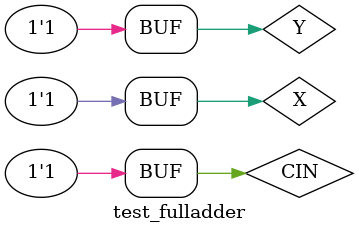
<source format=v>
`timescale 1ns / 1ps


module test_fulladder;
wire COUT,S;
reg X,Y,CIN;

fulladder U0(.x(X),.y(Y),.cin(CIN),.cout(COUT),.s(S));

initial
begin
    X = 0; Y = 0; CIN = 0;
    #10 X = 0; Y = 0; CIN = 1;
    #10 X = 0; Y = 1; CIN = 0; 
    #10 X = 0; Y = 1; CIN = 1; 
    #10 X = 1; Y = 0; CIN = 0; 
    #10 X = 1; Y = 0; CIN = 1; 
    #10 X = 1; Y = 1; CIN = 0; 
    #10 X = 1; Y = 1; CIN = 1; 
end

endmodule

</source>
